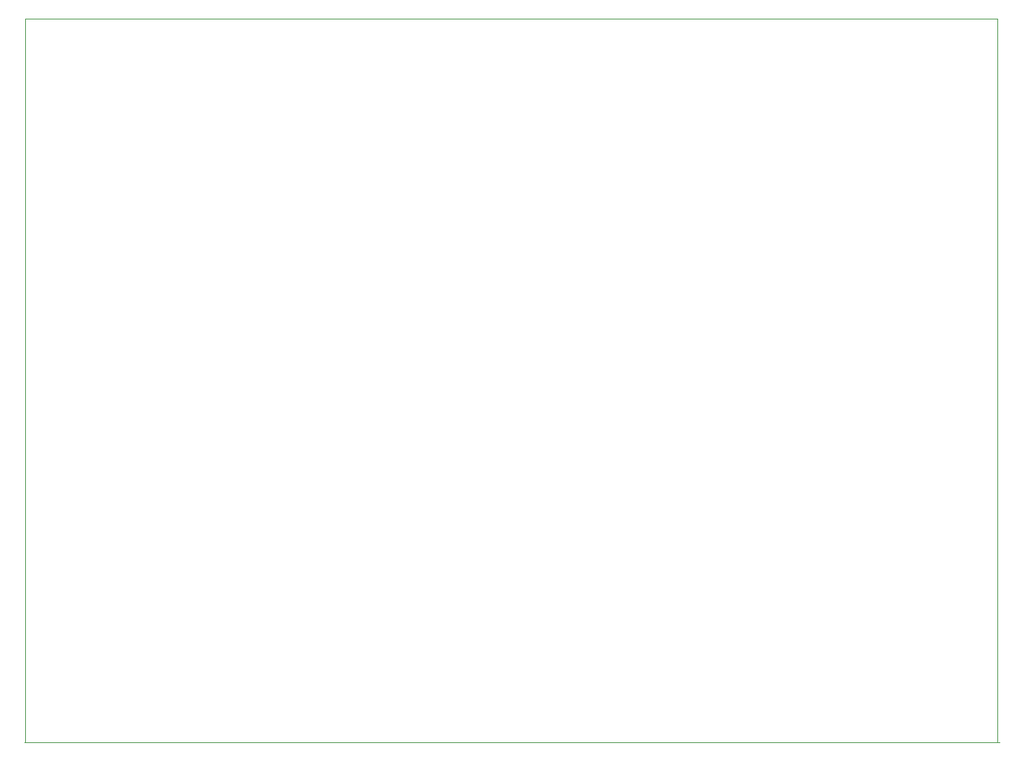
<source format=gbr>
G04 #@! TF.FileFunction,Profile,NP*
%FSLAX46Y46*%
G04 Gerber Fmt 4.6, Leading zero omitted, Abs format (unit mm)*
G04 Created by KiCad (PCBNEW 4.0.7) date Sat Feb 17 21:33:09 2018*
%MOMM*%
%LPD*%
G01*
G04 APERTURE LIST*
%ADD10C,0.150000*%
%ADD11C,0.100000*%
G04 APERTURE END LIST*
D10*
D11*
X33782000Y-31369000D02*
X36068000Y-31369000D01*
X33782000Y-116586000D02*
X33782000Y-31369000D01*
X148399500Y-116586000D02*
X33718500Y-116586000D01*
X148145500Y-109855000D02*
X148145500Y-116586000D01*
X148145500Y-31369000D02*
X148145500Y-109855000D01*
X36068000Y-31369000D02*
X148145500Y-31369000D01*
M02*

</source>
